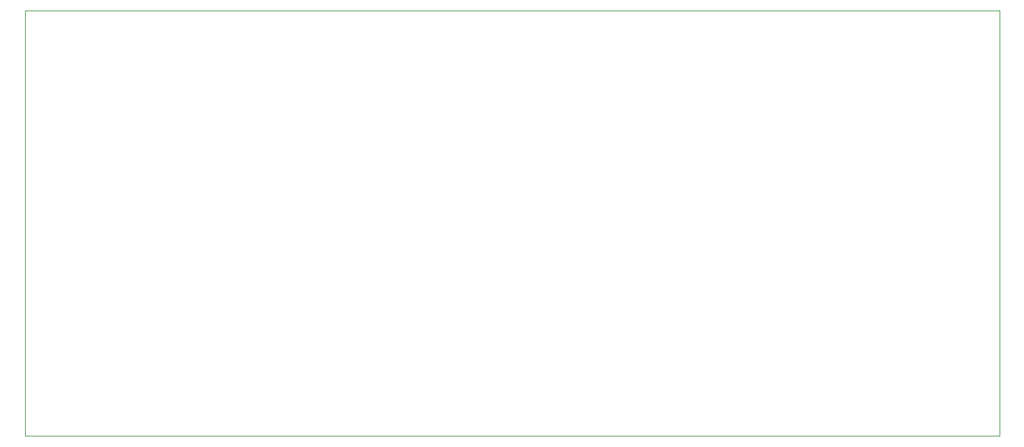
<source format=gbr>
%TF.GenerationSoftware,KiCad,Pcbnew,8.0.1*%
%TF.CreationDate,2024-05-17T17:30:14+02:00*%
%TF.ProjectId,modul_MH106,6d6f6475-6c5f-44d4-9831-30362e6b6963,rev?*%
%TF.SameCoordinates,Original*%
%TF.FileFunction,Profile,NP*%
%FSLAX46Y46*%
G04 Gerber Fmt 4.6, Leading zero omitted, Abs format (unit mm)*
G04 Created by KiCad (PCBNEW 8.0.1) date 2024-05-17 17:30:14*
%MOMM*%
%LPD*%
G01*
G04 APERTURE LIST*
%TA.AperFunction,Profile*%
%ADD10C,0.100000*%
%TD*%
G04 APERTURE END LIST*
D10*
X92710000Y-55880000D02*
X217805000Y-55880000D01*
X217805000Y-110490000D01*
X92710000Y-110490000D01*
X92710000Y-55880000D01*
M02*

</source>
